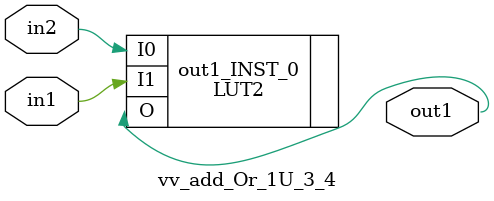
<source format=v>
`timescale 1 ps / 1 ps

(* STRUCTURAL_NETLIST = "yes" *)
module vv_add_Or_1U_3_4
   (in2,
    in1,
    out1);
  input in2;
  input in1;
  output out1;

  wire in1;
  wire in2;
  wire out1;

LUT2 #(
    .INIT(4'hE)) 
     out1_INST_0
       (.I0(in2),
        .I1(in1),
        .O(out1));
endmodule


</source>
